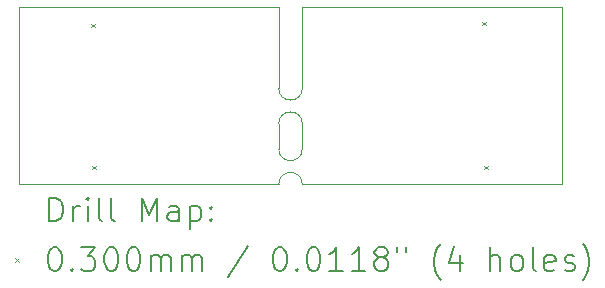
<source format=gbr>
%TF.GenerationSoftware,KiCad,Pcbnew,8.0.9*%
%TF.CreationDate,2025-09-16T20:51:41+09:00*%
%TF.ProjectId,usb_sfc_pad,7573625f-7366-4635-9f70-61642e6b6963,rev?*%
%TF.SameCoordinates,Original*%
%TF.FileFunction,Drillmap*%
%TF.FilePolarity,Positive*%
%FSLAX45Y45*%
G04 Gerber Fmt 4.5, Leading zero omitted, Abs format (unit mm)*
G04 Created by KiCad (PCBNEW 8.0.9) date 2025-09-16 20:51:41*
%MOMM*%
%LPD*%
G01*
G04 APERTURE LIST*
%ADD10C,0.050000*%
%ADD11C,0.200000*%
%ADD12C,0.100000*%
G04 APERTURE END LIST*
D10*
X8043771Y-4960436D02*
G75*
G02*
X8243771Y-4960436I100000J0D01*
G01*
X5843771Y-5472936D02*
X8043771Y-5472936D01*
X8243771Y-5472936D02*
X10443771Y-5472936D01*
X8243771Y-5172936D02*
G75*
G02*
X8043771Y-5172936I-100000J0D01*
G01*
X8043771Y-4960436D02*
X8043771Y-5172936D01*
X8043771Y-5472936D02*
G75*
G02*
X8243771Y-5472936I100000J0D01*
G01*
X5843771Y-3972936D02*
X5843771Y-5472936D01*
X8043771Y-3972936D02*
X5843771Y-3972936D01*
X10443771Y-5472936D02*
X10443771Y-3972936D01*
X10443771Y-3972936D02*
X8243771Y-3972936D01*
X8243771Y-4660436D02*
G75*
G02*
X8043771Y-4660436I-100000J0D01*
G01*
X8243771Y-4960436D02*
X8243771Y-5172936D01*
X8043771Y-3972936D02*
X8043771Y-4660436D01*
X8243771Y-3972936D02*
X8243771Y-4660436D01*
D11*
D12*
X6455000Y-4115000D02*
X6485000Y-4145000D01*
X6485000Y-4115000D02*
X6455000Y-4145000D01*
X6465000Y-5315000D02*
X6495000Y-5345000D01*
X6495000Y-5315000D02*
X6465000Y-5345000D01*
X9765000Y-4095000D02*
X9795000Y-4125000D01*
X9795000Y-4095000D02*
X9765000Y-4125000D01*
X9785000Y-5315000D02*
X9815000Y-5345000D01*
X9815000Y-5315000D02*
X9785000Y-5345000D01*
D11*
X6102048Y-5786920D02*
X6102048Y-5586920D01*
X6102048Y-5586920D02*
X6149667Y-5586920D01*
X6149667Y-5586920D02*
X6178238Y-5596444D01*
X6178238Y-5596444D02*
X6197286Y-5615491D01*
X6197286Y-5615491D02*
X6206810Y-5634539D01*
X6206810Y-5634539D02*
X6216333Y-5672634D01*
X6216333Y-5672634D02*
X6216333Y-5701205D01*
X6216333Y-5701205D02*
X6206810Y-5739301D01*
X6206810Y-5739301D02*
X6197286Y-5758348D01*
X6197286Y-5758348D02*
X6178238Y-5777396D01*
X6178238Y-5777396D02*
X6149667Y-5786920D01*
X6149667Y-5786920D02*
X6102048Y-5786920D01*
X6302048Y-5786920D02*
X6302048Y-5653586D01*
X6302048Y-5691682D02*
X6311572Y-5672634D01*
X6311572Y-5672634D02*
X6321095Y-5663110D01*
X6321095Y-5663110D02*
X6340143Y-5653586D01*
X6340143Y-5653586D02*
X6359191Y-5653586D01*
X6425857Y-5786920D02*
X6425857Y-5653586D01*
X6425857Y-5586920D02*
X6416333Y-5596444D01*
X6416333Y-5596444D02*
X6425857Y-5605967D01*
X6425857Y-5605967D02*
X6435381Y-5596444D01*
X6435381Y-5596444D02*
X6425857Y-5586920D01*
X6425857Y-5586920D02*
X6425857Y-5605967D01*
X6549667Y-5786920D02*
X6530619Y-5777396D01*
X6530619Y-5777396D02*
X6521095Y-5758348D01*
X6521095Y-5758348D02*
X6521095Y-5586920D01*
X6654429Y-5786920D02*
X6635381Y-5777396D01*
X6635381Y-5777396D02*
X6625857Y-5758348D01*
X6625857Y-5758348D02*
X6625857Y-5586920D01*
X6883000Y-5786920D02*
X6883000Y-5586920D01*
X6883000Y-5586920D02*
X6949667Y-5729777D01*
X6949667Y-5729777D02*
X7016333Y-5586920D01*
X7016333Y-5586920D02*
X7016333Y-5786920D01*
X7197286Y-5786920D02*
X7197286Y-5682158D01*
X7197286Y-5682158D02*
X7187762Y-5663110D01*
X7187762Y-5663110D02*
X7168714Y-5653586D01*
X7168714Y-5653586D02*
X7130619Y-5653586D01*
X7130619Y-5653586D02*
X7111572Y-5663110D01*
X7197286Y-5777396D02*
X7178238Y-5786920D01*
X7178238Y-5786920D02*
X7130619Y-5786920D01*
X7130619Y-5786920D02*
X7111572Y-5777396D01*
X7111572Y-5777396D02*
X7102048Y-5758348D01*
X7102048Y-5758348D02*
X7102048Y-5739301D01*
X7102048Y-5739301D02*
X7111572Y-5720253D01*
X7111572Y-5720253D02*
X7130619Y-5710729D01*
X7130619Y-5710729D02*
X7178238Y-5710729D01*
X7178238Y-5710729D02*
X7197286Y-5701205D01*
X7292524Y-5653586D02*
X7292524Y-5853586D01*
X7292524Y-5663110D02*
X7311572Y-5653586D01*
X7311572Y-5653586D02*
X7349667Y-5653586D01*
X7349667Y-5653586D02*
X7368714Y-5663110D01*
X7368714Y-5663110D02*
X7378238Y-5672634D01*
X7378238Y-5672634D02*
X7387762Y-5691682D01*
X7387762Y-5691682D02*
X7387762Y-5748824D01*
X7387762Y-5748824D02*
X7378238Y-5767872D01*
X7378238Y-5767872D02*
X7368714Y-5777396D01*
X7368714Y-5777396D02*
X7349667Y-5786920D01*
X7349667Y-5786920D02*
X7311572Y-5786920D01*
X7311572Y-5786920D02*
X7292524Y-5777396D01*
X7473476Y-5767872D02*
X7483000Y-5777396D01*
X7483000Y-5777396D02*
X7473476Y-5786920D01*
X7473476Y-5786920D02*
X7463953Y-5777396D01*
X7463953Y-5777396D02*
X7473476Y-5767872D01*
X7473476Y-5767872D02*
X7473476Y-5786920D01*
X7473476Y-5663110D02*
X7483000Y-5672634D01*
X7483000Y-5672634D02*
X7473476Y-5682158D01*
X7473476Y-5682158D02*
X7463953Y-5672634D01*
X7463953Y-5672634D02*
X7473476Y-5663110D01*
X7473476Y-5663110D02*
X7473476Y-5682158D01*
D12*
X5811271Y-6100436D02*
X5841271Y-6130436D01*
X5841271Y-6100436D02*
X5811271Y-6130436D01*
D11*
X6140143Y-6006920D02*
X6159191Y-6006920D01*
X6159191Y-6006920D02*
X6178238Y-6016444D01*
X6178238Y-6016444D02*
X6187762Y-6025967D01*
X6187762Y-6025967D02*
X6197286Y-6045015D01*
X6197286Y-6045015D02*
X6206810Y-6083110D01*
X6206810Y-6083110D02*
X6206810Y-6130729D01*
X6206810Y-6130729D02*
X6197286Y-6168824D01*
X6197286Y-6168824D02*
X6187762Y-6187872D01*
X6187762Y-6187872D02*
X6178238Y-6197396D01*
X6178238Y-6197396D02*
X6159191Y-6206920D01*
X6159191Y-6206920D02*
X6140143Y-6206920D01*
X6140143Y-6206920D02*
X6121095Y-6197396D01*
X6121095Y-6197396D02*
X6111572Y-6187872D01*
X6111572Y-6187872D02*
X6102048Y-6168824D01*
X6102048Y-6168824D02*
X6092524Y-6130729D01*
X6092524Y-6130729D02*
X6092524Y-6083110D01*
X6092524Y-6083110D02*
X6102048Y-6045015D01*
X6102048Y-6045015D02*
X6111572Y-6025967D01*
X6111572Y-6025967D02*
X6121095Y-6016444D01*
X6121095Y-6016444D02*
X6140143Y-6006920D01*
X6292524Y-6187872D02*
X6302048Y-6197396D01*
X6302048Y-6197396D02*
X6292524Y-6206920D01*
X6292524Y-6206920D02*
X6283000Y-6197396D01*
X6283000Y-6197396D02*
X6292524Y-6187872D01*
X6292524Y-6187872D02*
X6292524Y-6206920D01*
X6368714Y-6006920D02*
X6492524Y-6006920D01*
X6492524Y-6006920D02*
X6425857Y-6083110D01*
X6425857Y-6083110D02*
X6454429Y-6083110D01*
X6454429Y-6083110D02*
X6473476Y-6092634D01*
X6473476Y-6092634D02*
X6483000Y-6102158D01*
X6483000Y-6102158D02*
X6492524Y-6121205D01*
X6492524Y-6121205D02*
X6492524Y-6168824D01*
X6492524Y-6168824D02*
X6483000Y-6187872D01*
X6483000Y-6187872D02*
X6473476Y-6197396D01*
X6473476Y-6197396D02*
X6454429Y-6206920D01*
X6454429Y-6206920D02*
X6397286Y-6206920D01*
X6397286Y-6206920D02*
X6378238Y-6197396D01*
X6378238Y-6197396D02*
X6368714Y-6187872D01*
X6616333Y-6006920D02*
X6635381Y-6006920D01*
X6635381Y-6006920D02*
X6654429Y-6016444D01*
X6654429Y-6016444D02*
X6663953Y-6025967D01*
X6663953Y-6025967D02*
X6673476Y-6045015D01*
X6673476Y-6045015D02*
X6683000Y-6083110D01*
X6683000Y-6083110D02*
X6683000Y-6130729D01*
X6683000Y-6130729D02*
X6673476Y-6168824D01*
X6673476Y-6168824D02*
X6663953Y-6187872D01*
X6663953Y-6187872D02*
X6654429Y-6197396D01*
X6654429Y-6197396D02*
X6635381Y-6206920D01*
X6635381Y-6206920D02*
X6616333Y-6206920D01*
X6616333Y-6206920D02*
X6597286Y-6197396D01*
X6597286Y-6197396D02*
X6587762Y-6187872D01*
X6587762Y-6187872D02*
X6578238Y-6168824D01*
X6578238Y-6168824D02*
X6568714Y-6130729D01*
X6568714Y-6130729D02*
X6568714Y-6083110D01*
X6568714Y-6083110D02*
X6578238Y-6045015D01*
X6578238Y-6045015D02*
X6587762Y-6025967D01*
X6587762Y-6025967D02*
X6597286Y-6016444D01*
X6597286Y-6016444D02*
X6616333Y-6006920D01*
X6806810Y-6006920D02*
X6825857Y-6006920D01*
X6825857Y-6006920D02*
X6844905Y-6016444D01*
X6844905Y-6016444D02*
X6854429Y-6025967D01*
X6854429Y-6025967D02*
X6863953Y-6045015D01*
X6863953Y-6045015D02*
X6873476Y-6083110D01*
X6873476Y-6083110D02*
X6873476Y-6130729D01*
X6873476Y-6130729D02*
X6863953Y-6168824D01*
X6863953Y-6168824D02*
X6854429Y-6187872D01*
X6854429Y-6187872D02*
X6844905Y-6197396D01*
X6844905Y-6197396D02*
X6825857Y-6206920D01*
X6825857Y-6206920D02*
X6806810Y-6206920D01*
X6806810Y-6206920D02*
X6787762Y-6197396D01*
X6787762Y-6197396D02*
X6778238Y-6187872D01*
X6778238Y-6187872D02*
X6768714Y-6168824D01*
X6768714Y-6168824D02*
X6759191Y-6130729D01*
X6759191Y-6130729D02*
X6759191Y-6083110D01*
X6759191Y-6083110D02*
X6768714Y-6045015D01*
X6768714Y-6045015D02*
X6778238Y-6025967D01*
X6778238Y-6025967D02*
X6787762Y-6016444D01*
X6787762Y-6016444D02*
X6806810Y-6006920D01*
X6959191Y-6206920D02*
X6959191Y-6073586D01*
X6959191Y-6092634D02*
X6968714Y-6083110D01*
X6968714Y-6083110D02*
X6987762Y-6073586D01*
X6987762Y-6073586D02*
X7016334Y-6073586D01*
X7016334Y-6073586D02*
X7035381Y-6083110D01*
X7035381Y-6083110D02*
X7044905Y-6102158D01*
X7044905Y-6102158D02*
X7044905Y-6206920D01*
X7044905Y-6102158D02*
X7054429Y-6083110D01*
X7054429Y-6083110D02*
X7073476Y-6073586D01*
X7073476Y-6073586D02*
X7102048Y-6073586D01*
X7102048Y-6073586D02*
X7121095Y-6083110D01*
X7121095Y-6083110D02*
X7130619Y-6102158D01*
X7130619Y-6102158D02*
X7130619Y-6206920D01*
X7225857Y-6206920D02*
X7225857Y-6073586D01*
X7225857Y-6092634D02*
X7235381Y-6083110D01*
X7235381Y-6083110D02*
X7254429Y-6073586D01*
X7254429Y-6073586D02*
X7283000Y-6073586D01*
X7283000Y-6073586D02*
X7302048Y-6083110D01*
X7302048Y-6083110D02*
X7311572Y-6102158D01*
X7311572Y-6102158D02*
X7311572Y-6206920D01*
X7311572Y-6102158D02*
X7321095Y-6083110D01*
X7321095Y-6083110D02*
X7340143Y-6073586D01*
X7340143Y-6073586D02*
X7368714Y-6073586D01*
X7368714Y-6073586D02*
X7387762Y-6083110D01*
X7387762Y-6083110D02*
X7397286Y-6102158D01*
X7397286Y-6102158D02*
X7397286Y-6206920D01*
X7787762Y-5997396D02*
X7616334Y-6254539D01*
X8044905Y-6006920D02*
X8063953Y-6006920D01*
X8063953Y-6006920D02*
X8083000Y-6016444D01*
X8083000Y-6016444D02*
X8092524Y-6025967D01*
X8092524Y-6025967D02*
X8102048Y-6045015D01*
X8102048Y-6045015D02*
X8111572Y-6083110D01*
X8111572Y-6083110D02*
X8111572Y-6130729D01*
X8111572Y-6130729D02*
X8102048Y-6168824D01*
X8102048Y-6168824D02*
X8092524Y-6187872D01*
X8092524Y-6187872D02*
X8083000Y-6197396D01*
X8083000Y-6197396D02*
X8063953Y-6206920D01*
X8063953Y-6206920D02*
X8044905Y-6206920D01*
X8044905Y-6206920D02*
X8025857Y-6197396D01*
X8025857Y-6197396D02*
X8016334Y-6187872D01*
X8016334Y-6187872D02*
X8006810Y-6168824D01*
X8006810Y-6168824D02*
X7997286Y-6130729D01*
X7997286Y-6130729D02*
X7997286Y-6083110D01*
X7997286Y-6083110D02*
X8006810Y-6045015D01*
X8006810Y-6045015D02*
X8016334Y-6025967D01*
X8016334Y-6025967D02*
X8025857Y-6016444D01*
X8025857Y-6016444D02*
X8044905Y-6006920D01*
X8197286Y-6187872D02*
X8206810Y-6197396D01*
X8206810Y-6197396D02*
X8197286Y-6206920D01*
X8197286Y-6206920D02*
X8187762Y-6197396D01*
X8187762Y-6197396D02*
X8197286Y-6187872D01*
X8197286Y-6187872D02*
X8197286Y-6206920D01*
X8330619Y-6006920D02*
X8349667Y-6006920D01*
X8349667Y-6006920D02*
X8368715Y-6016444D01*
X8368715Y-6016444D02*
X8378238Y-6025967D01*
X8378238Y-6025967D02*
X8387762Y-6045015D01*
X8387762Y-6045015D02*
X8397286Y-6083110D01*
X8397286Y-6083110D02*
X8397286Y-6130729D01*
X8397286Y-6130729D02*
X8387762Y-6168824D01*
X8387762Y-6168824D02*
X8378238Y-6187872D01*
X8378238Y-6187872D02*
X8368715Y-6197396D01*
X8368715Y-6197396D02*
X8349667Y-6206920D01*
X8349667Y-6206920D02*
X8330619Y-6206920D01*
X8330619Y-6206920D02*
X8311572Y-6197396D01*
X8311572Y-6197396D02*
X8302048Y-6187872D01*
X8302048Y-6187872D02*
X8292524Y-6168824D01*
X8292524Y-6168824D02*
X8283000Y-6130729D01*
X8283000Y-6130729D02*
X8283000Y-6083110D01*
X8283000Y-6083110D02*
X8292524Y-6045015D01*
X8292524Y-6045015D02*
X8302048Y-6025967D01*
X8302048Y-6025967D02*
X8311572Y-6016444D01*
X8311572Y-6016444D02*
X8330619Y-6006920D01*
X8587762Y-6206920D02*
X8473477Y-6206920D01*
X8530619Y-6206920D02*
X8530619Y-6006920D01*
X8530619Y-6006920D02*
X8511572Y-6035491D01*
X8511572Y-6035491D02*
X8492524Y-6054539D01*
X8492524Y-6054539D02*
X8473477Y-6064063D01*
X8778239Y-6206920D02*
X8663953Y-6206920D01*
X8721096Y-6206920D02*
X8721096Y-6006920D01*
X8721096Y-6006920D02*
X8702048Y-6035491D01*
X8702048Y-6035491D02*
X8683000Y-6054539D01*
X8683000Y-6054539D02*
X8663953Y-6064063D01*
X8892524Y-6092634D02*
X8873477Y-6083110D01*
X8873477Y-6083110D02*
X8863953Y-6073586D01*
X8863953Y-6073586D02*
X8854429Y-6054539D01*
X8854429Y-6054539D02*
X8854429Y-6045015D01*
X8854429Y-6045015D02*
X8863953Y-6025967D01*
X8863953Y-6025967D02*
X8873477Y-6016444D01*
X8873477Y-6016444D02*
X8892524Y-6006920D01*
X8892524Y-6006920D02*
X8930620Y-6006920D01*
X8930620Y-6006920D02*
X8949667Y-6016444D01*
X8949667Y-6016444D02*
X8959191Y-6025967D01*
X8959191Y-6025967D02*
X8968715Y-6045015D01*
X8968715Y-6045015D02*
X8968715Y-6054539D01*
X8968715Y-6054539D02*
X8959191Y-6073586D01*
X8959191Y-6073586D02*
X8949667Y-6083110D01*
X8949667Y-6083110D02*
X8930620Y-6092634D01*
X8930620Y-6092634D02*
X8892524Y-6092634D01*
X8892524Y-6092634D02*
X8873477Y-6102158D01*
X8873477Y-6102158D02*
X8863953Y-6111682D01*
X8863953Y-6111682D02*
X8854429Y-6130729D01*
X8854429Y-6130729D02*
X8854429Y-6168824D01*
X8854429Y-6168824D02*
X8863953Y-6187872D01*
X8863953Y-6187872D02*
X8873477Y-6197396D01*
X8873477Y-6197396D02*
X8892524Y-6206920D01*
X8892524Y-6206920D02*
X8930620Y-6206920D01*
X8930620Y-6206920D02*
X8949667Y-6197396D01*
X8949667Y-6197396D02*
X8959191Y-6187872D01*
X8959191Y-6187872D02*
X8968715Y-6168824D01*
X8968715Y-6168824D02*
X8968715Y-6130729D01*
X8968715Y-6130729D02*
X8959191Y-6111682D01*
X8959191Y-6111682D02*
X8949667Y-6102158D01*
X8949667Y-6102158D02*
X8930620Y-6092634D01*
X9044905Y-6006920D02*
X9044905Y-6045015D01*
X9121096Y-6006920D02*
X9121096Y-6045015D01*
X9416334Y-6283110D02*
X9406810Y-6273586D01*
X9406810Y-6273586D02*
X9387762Y-6245015D01*
X9387762Y-6245015D02*
X9378239Y-6225967D01*
X9378239Y-6225967D02*
X9368715Y-6197396D01*
X9368715Y-6197396D02*
X9359191Y-6149777D01*
X9359191Y-6149777D02*
X9359191Y-6111682D01*
X9359191Y-6111682D02*
X9368715Y-6064063D01*
X9368715Y-6064063D02*
X9378239Y-6035491D01*
X9378239Y-6035491D02*
X9387762Y-6016444D01*
X9387762Y-6016444D02*
X9406810Y-5987872D01*
X9406810Y-5987872D02*
X9416334Y-5978348D01*
X9578239Y-6073586D02*
X9578239Y-6206920D01*
X9530620Y-5997396D02*
X9483001Y-6140253D01*
X9483001Y-6140253D02*
X9606810Y-6140253D01*
X9835382Y-6206920D02*
X9835382Y-6006920D01*
X9921096Y-6206920D02*
X9921096Y-6102158D01*
X9921096Y-6102158D02*
X9911572Y-6083110D01*
X9911572Y-6083110D02*
X9892524Y-6073586D01*
X9892524Y-6073586D02*
X9863953Y-6073586D01*
X9863953Y-6073586D02*
X9844905Y-6083110D01*
X9844905Y-6083110D02*
X9835382Y-6092634D01*
X10044905Y-6206920D02*
X10025858Y-6197396D01*
X10025858Y-6197396D02*
X10016334Y-6187872D01*
X10016334Y-6187872D02*
X10006810Y-6168824D01*
X10006810Y-6168824D02*
X10006810Y-6111682D01*
X10006810Y-6111682D02*
X10016334Y-6092634D01*
X10016334Y-6092634D02*
X10025858Y-6083110D01*
X10025858Y-6083110D02*
X10044905Y-6073586D01*
X10044905Y-6073586D02*
X10073477Y-6073586D01*
X10073477Y-6073586D02*
X10092524Y-6083110D01*
X10092524Y-6083110D02*
X10102048Y-6092634D01*
X10102048Y-6092634D02*
X10111572Y-6111682D01*
X10111572Y-6111682D02*
X10111572Y-6168824D01*
X10111572Y-6168824D02*
X10102048Y-6187872D01*
X10102048Y-6187872D02*
X10092524Y-6197396D01*
X10092524Y-6197396D02*
X10073477Y-6206920D01*
X10073477Y-6206920D02*
X10044905Y-6206920D01*
X10225858Y-6206920D02*
X10206810Y-6197396D01*
X10206810Y-6197396D02*
X10197286Y-6178348D01*
X10197286Y-6178348D02*
X10197286Y-6006920D01*
X10378239Y-6197396D02*
X10359191Y-6206920D01*
X10359191Y-6206920D02*
X10321096Y-6206920D01*
X10321096Y-6206920D02*
X10302048Y-6197396D01*
X10302048Y-6197396D02*
X10292524Y-6178348D01*
X10292524Y-6178348D02*
X10292524Y-6102158D01*
X10292524Y-6102158D02*
X10302048Y-6083110D01*
X10302048Y-6083110D02*
X10321096Y-6073586D01*
X10321096Y-6073586D02*
X10359191Y-6073586D01*
X10359191Y-6073586D02*
X10378239Y-6083110D01*
X10378239Y-6083110D02*
X10387763Y-6102158D01*
X10387763Y-6102158D02*
X10387763Y-6121205D01*
X10387763Y-6121205D02*
X10292524Y-6140253D01*
X10463953Y-6197396D02*
X10483001Y-6206920D01*
X10483001Y-6206920D02*
X10521096Y-6206920D01*
X10521096Y-6206920D02*
X10540144Y-6197396D01*
X10540144Y-6197396D02*
X10549667Y-6178348D01*
X10549667Y-6178348D02*
X10549667Y-6168824D01*
X10549667Y-6168824D02*
X10540144Y-6149777D01*
X10540144Y-6149777D02*
X10521096Y-6140253D01*
X10521096Y-6140253D02*
X10492524Y-6140253D01*
X10492524Y-6140253D02*
X10473477Y-6130729D01*
X10473477Y-6130729D02*
X10463953Y-6111682D01*
X10463953Y-6111682D02*
X10463953Y-6102158D01*
X10463953Y-6102158D02*
X10473477Y-6083110D01*
X10473477Y-6083110D02*
X10492524Y-6073586D01*
X10492524Y-6073586D02*
X10521096Y-6073586D01*
X10521096Y-6073586D02*
X10540144Y-6083110D01*
X10616334Y-6283110D02*
X10625858Y-6273586D01*
X10625858Y-6273586D02*
X10644905Y-6245015D01*
X10644905Y-6245015D02*
X10654429Y-6225967D01*
X10654429Y-6225967D02*
X10663953Y-6197396D01*
X10663953Y-6197396D02*
X10673477Y-6149777D01*
X10673477Y-6149777D02*
X10673477Y-6111682D01*
X10673477Y-6111682D02*
X10663953Y-6064063D01*
X10663953Y-6064063D02*
X10654429Y-6035491D01*
X10654429Y-6035491D02*
X10644905Y-6016444D01*
X10644905Y-6016444D02*
X10625858Y-5987872D01*
X10625858Y-5987872D02*
X10616334Y-5978348D01*
M02*

</source>
